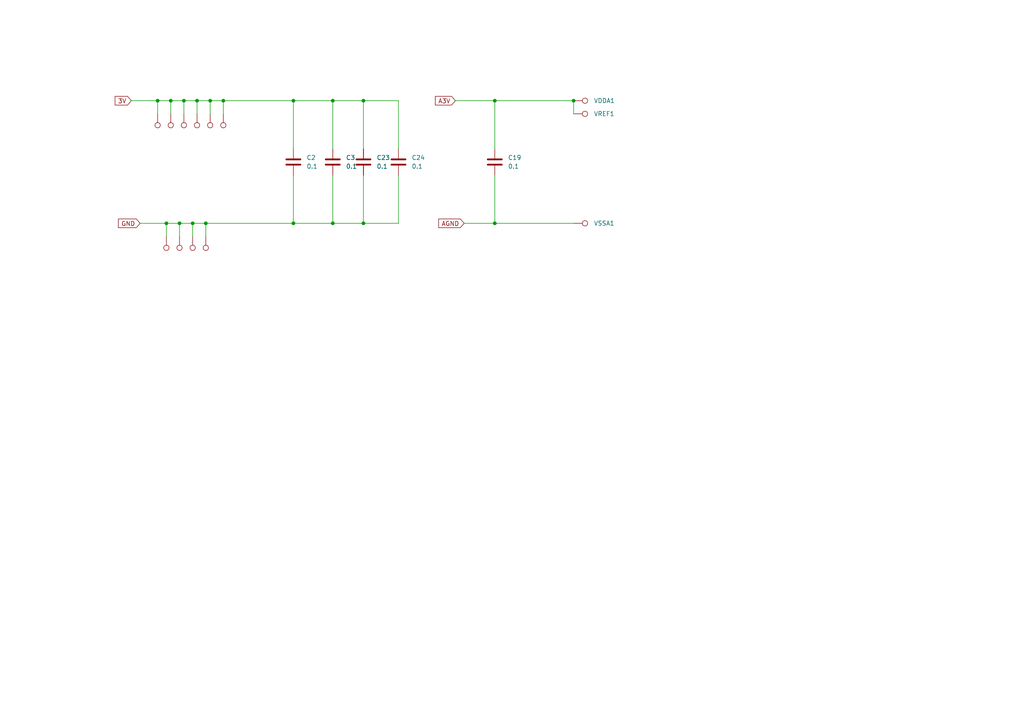
<source format=kicad_sch>
(kicad_sch (version 20250114) (generator "eeschema") (generator_version "9.0")
  (paper "A4")
  (lib_symbols
    (symbol "Connector:TestPoint" (pin_numbers (hide yes)) (pin_names (offset 0.762) (hide yes))
      (property "Reference" "TP" (at 0 6.858 0))
      (property "Value" "TestPoint" (at 0 5.08 0))
      (symbol "TestPoint_0_1"
        (circle (center 0 3.302) (radius 0.762))
      )
      (symbol "TestPoint_1_1"
        (pin passive line (at 0 0 90) (length 2.54) (name "1") (number "1"))
      )
    )
    (symbol "Device:C" (pin_numbers (hide yes)) (pin_names (offset 0.254))
      (property "Reference" "C" (at 0.635 2.54 0))
      (property "Value" "C" (at 0.635 -2.54 0))
      (symbol "C_0_1"
        (polyline (pts (xy -2.032 0.762) (xy 2.032 0.762)) (stroke (width 0.508)))
        (polyline (pts (xy -2.032 -0.762) (xy 2.032 -0.762)) (stroke (width 0.508)))
      )
      (symbol "C_1_1"
        (pin passive line (at 0 3.81 270) (length 2.794) (name "~") (number "1"))
        (pin passive line (at 0 -3.81 90) (length 2.794) (name "~") (number "2"))
      )
    )
  )
  (junction (at 48.26 64.77))
  (junction (at 143.51 64.77))
  (junction (at 96.52 64.77))
  (junction (at 143.51 29.21))
  (junction (at 166.37 29.21))
  (junction (at 57.15 29.21))
  (junction (at 49.53 29.21))
  (junction (at 85.09 29.21))
  (junction (at 105.41 64.77))
  (junction (at 60.96 29.21))
  (junction (at 105.41 29.21))
  (junction (at 64.77 29.21))
  (junction (at 59.69 64.77))
  (junction (at 45.72 29.21))
  (junction (at 53.34 29.21))
  (junction (at 96.52 29.21))
  (junction (at 85.09 64.77))
  (junction (at 55.88 64.77))
  (junction (at 52.07 64.77))
  (wire (pts (xy 49.53 29.21) (xy 53.34 29.21)))
  (wire (pts (xy 38.1 29.21) (xy 45.72 29.21)))
  (wire (pts (xy 85.09 43.18) (xy 85.09 29.21)))
  (wire (pts (xy 105.41 64.77) (xy 96.52 64.77)))
  (wire (pts (xy 143.51 64.77) (xy 143.51 50.8)))
  (wire (pts (xy 143.51 64.77) (xy 166.37 64.77)))
  (wire (pts (xy 53.34 29.21) (xy 53.34 33.02)))
  (wire (pts (xy 49.53 33.02) (xy 49.53 29.21)))
  (wire (pts (xy 96.52 43.18) (xy 96.52 29.21)))
  (wire (pts (xy 55.88 64.77) (xy 59.69 64.77)))
  (wire (pts (xy 64.77 29.21) (xy 85.09 29.21)))
  (wire (pts (xy 55.88 64.77) (xy 55.88 68.58)))
  (wire (pts (xy 134.62 64.77) (xy 143.51 64.77)))
  (wire (pts (xy 85.09 50.8) (xy 85.09 64.77)))
  (wire (pts (xy 53.34 29.21) (xy 57.15 29.21)))
  (wire (pts (xy 57.15 29.21) (xy 57.15 33.02)))
  (wire (pts (xy 48.26 64.77) (xy 48.26 68.58)))
  (wire (pts (xy 60.96 29.21) (xy 64.77 29.21)))
  (wire (pts (xy 166.37 29.21) (xy 166.37 33.02)))
  (wire (pts (xy 52.07 64.77) (xy 55.88 64.77)))
  (wire (pts (xy 96.52 50.8) (xy 96.52 64.77)))
  (wire (pts (xy 105.41 29.21) (xy 115.57 29.21)))
  (wire (pts (xy 115.57 43.18) (xy 115.57 29.21)))
  (wire (pts (xy 57.15 29.21) (xy 60.96 29.21)))
  (wire (pts (xy 96.52 64.77) (xy 85.09 64.77)))
  (wire (pts (xy 59.69 64.77) (xy 85.09 64.77)))
  (wire (pts (xy 45.72 29.21) (xy 49.53 29.21)))
  (wire (pts (xy 105.41 43.18) (xy 105.41 29.21)))
  (wire (pts (xy 48.26 64.77) (xy 52.07 64.77)))
  (wire (pts (xy 143.51 29.21) (xy 166.37 29.21)))
  (wire (pts (xy 52.07 64.77) (xy 52.07 68.58)))
  (wire (pts (xy 143.51 29.21) (xy 143.51 43.18)))
  (wire (pts (xy 105.41 50.8) (xy 105.41 64.77)))
  (wire (pts (xy 132.08 29.21) (xy 143.51 29.21)))
  (wire (pts (xy 105.41 64.77) (xy 115.57 64.77)))
  (wire (pts (xy 45.72 33.02) (xy 45.72 29.21)))
  (wire (pts (xy 40.64 64.77) (xy 48.26 64.77)))
  (wire (pts (xy 96.52 29.21) (xy 105.41 29.21)))
  (wire (pts (xy 59.69 64.77) (xy 59.69 68.58)))
  (wire (pts (xy 115.57 50.8) (xy 115.57 64.77)))
  (wire (pts (xy 60.96 29.21) (xy 60.96 33.02)))
  (wire (pts (xy 85.09 29.21) (xy 96.52 29.21)))
  (wire (pts (xy 64.77 29.21) (xy 64.77 33.02)))
  (global_label "AGND" (shape input) (at 134.62 64.77 180) (property "Intersheetrefs" "${INTERSHEET_REFS}" (effects (hide yes))))
  (global_label "GND" (shape input) (at 40.64 64.77 180) (property "Intersheetrefs" "${INTERSHEET_REFS}" (effects (hide yes))))
  (global_label "3V" (shape input) (at 38.1 29.21 180) (property "Intersheetrefs" "${INTERSHEET_REFS}" (effects (hide yes))))
  (global_label "A3V" (shape input) (at 132.08 29.21 180) (property "Intersheetrefs" "${INTERSHEET_REFS}" (effects (hide yes))))
  (symbol (lib_id "Device:C") (at 143.51 46.99 0) (unit 1)
    (property "Reference" "C19" (at 147.32 45.7199 0) (effects (justify left)))
    (property "Value" "0.1" (at 147.32 48.2599 0) (effects (justify left)))
    (property "Footprint" "Capacitor_SMD:C_1206_3216Metric" (effects (hide yes)))
    (property "Description" "Unpolarized capacitor" (effects (hide yes)))
  )
  (symbol (lib_id "Connector:TestPoint") (at 59.69 68.58 180) (unit 1)
    (property "Reference" "TP4" (effects (hide yes)))
    (property "Value" "TestPoint" (effects (hide yes)))
    (property "Footprint" "TestPoint:TestPoint_Pad_2.0x2.0mm" (effects (hide yes)))
    (property "Description" "test point" (effects (hide yes)))
  )
  (symbol (lib_id "Connector:TestPoint") (at 53.34 33.02 180) (unit 1)
    (property "Reference" "TP6" (effects (hide yes)))
    (property "Value" "TestPoint" (effects (hide yes)))
    (property "Footprint" "TestPoint:TestPoint_Pad_2.0x2.0mm" (effects (hide yes)))
    (property "Description" "test point" (effects (hide yes)))
  )
  (symbol (lib_id "Connector:TestPoint") (at 49.53 33.02 180) (unit 1)
    (property "Reference" "TP10" (effects (hide yes)))
    (property "Value" "TestPoint" (effects (hide yes)))
    (property "Footprint" "TestPoint:TestPoint_Pad_2.0x2.0mm" (effects (hide yes)))
    (property "Description" "test point" (effects (hide yes)))
  )
  (symbol (lib_id "Connector:TestPoint") (at 166.37 29.21 270) (unit 1)
    (property "Reference" "VDDA1" (at 172.212 29.21 90) (effects (justify left)))
    (property "Value" "TestPoint" (effects (hide yes)))
    (property "Footprint" "TestPoint:TestPoint_Pad_2.0x2.0mm" (effects (hide yes)))
    (property "Description" "test point" (effects (hide yes)))
  )
  (symbol (lib_id "Connector:TestPoint") (at 60.96 33.02 180) (unit 1)
    (property "Reference" "TP8" (effects (hide yes)))
    (property "Value" "TestPoint" (effects (hide yes)))
    (property "Footprint" "TestPoint:TestPoint_Pad_2.0x2.0mm" (effects (hide yes)))
    (property "Description" "test point" (effects (hide yes)))
  )
  (symbol (lib_id "Device:C") (at 115.57 46.99 0) (unit 1)
    (property "Reference" "C24" (at 119.38 45.7199 0) (effects (justify left)))
    (property "Value" "0.1" (at 119.38 48.2599 0) (effects (justify left)))
    (property "Footprint" "Capacitor_SMD:C_1206_3216Metric" (effects (hide yes)))
    (property "Description" "Unpolarized capacitor" (effects (hide yes)))
  )
  (symbol (lib_id "Connector:TestPoint") (at 57.15 33.02 180) (unit 1)
    (property "Reference" "TP7" (effects (hide yes)))
    (property "Value" "TestPoint" (effects (hide yes)))
    (property "Footprint" "TestPoint:TestPoint_Pad_2.0x2.0mm" (effects (hide yes)))
    (property "Description" "test point" (effects (hide yes)))
  )
  (symbol (lib_id "Device:C") (at 85.09 46.99 0) (unit 1)
    (property "Reference" "C2" (at 88.9 45.7199 0) (effects (justify left)))
    (property "Value" "0.1" (at 88.9 48.2599 0) (effects (justify left)))
    (property "Footprint" "Capacitor_SMD:C_1206_3216Metric" (effects (hide yes)))
    (property "Description" "Unpolarized capacitor" (effects (hide yes)))
  )
  (symbol (lib_id "Connector:TestPoint") (at 166.37 64.77 270) (unit 1)
    (property "Reference" "VSSA1" (at 172.212 64.77 90) (effects (justify left)))
    (property "Value" "TestPoint" (effects (hide yes)))
    (property "Footprint" "TestPoint:TestPoint_Pad_2.0x2.0mm" (effects (hide yes)))
    (property "Description" "test point" (effects (hide yes)))
  )
  (symbol (lib_id "Connector:TestPoint") (at 166.37 33.02 270) (unit 1)
    (property "Reference" "VREF1" (at 172.212 33.02 90) (effects (justify left)))
    (property "Value" "TestPoint" (effects (hide yes)))
    (property "Footprint" "TestPoint:TestPoint_Pad_2.0x2.0mm" (effects (hide yes)))
    (property "Description" "test point" (effects (hide yes)))
  )
  (symbol (lib_id "Connector:TestPoint") (at 64.77 33.02 180) (unit 1)
    (property "Reference" "TP9" (effects (hide yes)))
    (property "Value" "TestPoint" (effects (hide yes)))
    (property "Footprint" "TestPoint:TestPoint_Pad_2.0x2.0mm" (effects (hide yes)))
    (property "Description" "test point" (effects (hide yes)))
  )
  (symbol (lib_id "Connector:TestPoint") (at 55.88 68.58 180) (unit 1)
    (property "Reference" "TP2" (effects (hide yes)))
    (property "Value" "TestPoint" (effects (hide yes)))
    (property "Footprint" "TestPoint:TestPoint_Pad_2.0x2.0mm" (effects (hide yes)))
    (property "Description" "test point" (effects (hide yes)))
  )
  (symbol (lib_id "Device:C") (at 105.41 46.99 0) (unit 1)
    (property "Reference" "C23" (at 109.22 45.7199 0) (effects (justify left)))
    (property "Value" "0.1" (at 109.22 48.2599 0) (effects (justify left)))
    (property "Footprint" "Capacitor_SMD:C_1206_3216Metric" (effects (hide yes)))
    (property "Description" "Unpolarized capacitor" (effects (hide yes)))
  )
  (symbol (lib_id "Connector:TestPoint") (at 52.07 68.58 180) (unit 1)
    (property "Reference" "TP3" (effects (hide yes)))
    (property "Value" "TestPoint" (effects (hide yes)))
    (property "Footprint" "TestPoint:TestPoint_Pad_2.0x2.0mm" (effects (hide yes)))
    (property "Description" "test point" (effects (hide yes)))
  )
  (symbol (lib_id "Connector:TestPoint") (at 48.26 68.58 180) (unit 1)
    (property "Reference" "TP1" (effects (hide yes)))
    (property "Value" "TestPoint" (effects (hide yes)))
    (property "Footprint" "TestPoint:TestPoint_Pad_2.0x2.0mm" (effects (hide yes)))
    (property "Description" "test point" (effects (hide yes)))
  )
  (symbol (lib_id "Connector:TestPoint") (at 45.72 33.02 180) (unit 1)
    (property "Reference" "TP11" (effects (hide yes)))
    (property "Value" "TestPoint" (effects (hide yes)))
    (property "Footprint" "TestPoint:TestPoint_Pad_2.0x2.0mm" (effects (hide yes)))
    (property "Description" "test point" (effects (hide yes)))
  )
  (symbol (lib_id "Device:C") (at 96.52 46.99 0) (unit 1)
    (property "Reference" "C3" (at 100.33 45.7199 0) (effects (justify left)))
    (property "Value" "0.1" (at 100.33 48.2599 0) (effects (justify left)))
    (property "Footprint" "Capacitor_SMD:C_1206_3216Metric" (effects (hide yes)))
    (property "Description" "Unpolarized capacitor" (effects (hide yes)))
  )
)
</source>
